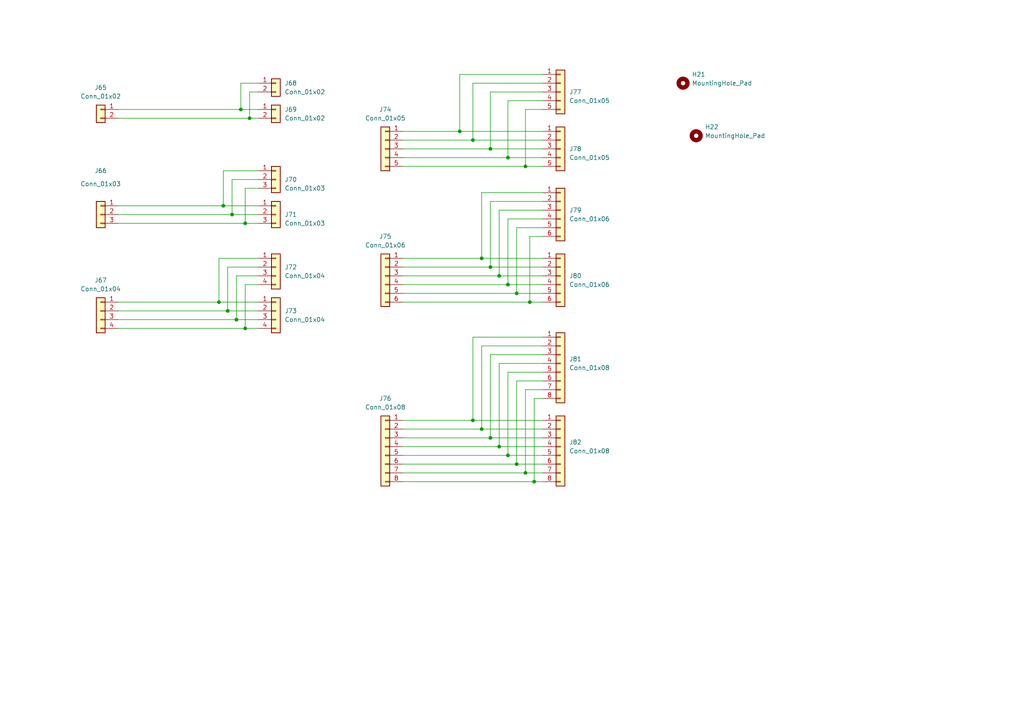
<source format=kicad_sch>
(kicad_sch (version 20211123) (generator eeschema)
  (paper "A4")
  (lib_symbols
    (symbol "Connector_Generic:Conn_01x02" (pin_names (offset 1.016) hide)
      (property "Reference" "J" (at 0 2.54 0))
      (property "Value" "Conn_01x02" (at 0 -5.08 0))
      (symbol "Conn_01x02_1_1"
        (rectangle (start -1.27 -2.413) (end 0 -2.667) (stroke (width 0.1524)))
        (rectangle (start -1.27 0.127) (end 0 -0.127) (stroke (width 0.1524)))
        (rectangle (start -1.27 1.27) (end 1.27 -3.81) (stroke (width 0.254)) (fill (type background)))
        (pin passive line (at -5.08 0 0) (length 3.81) (name "Pin_1") (number "1"))
        (pin passive line (at -5.08 -2.54 0) (length 3.81) (name "Pin_2") (number "2"))
      )
    )
    (symbol "Connector_Generic:Conn_01x03" (pin_names (offset 1.016) hide)
      (property "Reference" "J" (at 0 5.08 0))
      (property "Value" "Conn_01x03" (at 0 -5.08 0))
      (symbol "Conn_01x03_1_1"
        (rectangle (start -1.27 -2.413) (end 0 -2.667) (stroke (width 0.1524)))
        (rectangle (start -1.27 0.127) (end 0 -0.127) (stroke (width 0.1524)))
        (rectangle (start -1.27 2.667) (end 0 2.413) (stroke (width 0.1524)))
        (rectangle (start -1.27 3.81) (end 1.27 -3.81) (stroke (width 0.254)) (fill (type background)))
        (pin passive line (at -5.08 2.54 0) (length 3.81) (name "Pin_1") (number "1"))
        (pin passive line (at -5.08 0 0) (length 3.81) (name "Pin_2") (number "2"))
        (pin passive line (at -5.08 -2.54 0) (length 3.81) (name "Pin_3") (number "3"))
      )
    )
    (symbol "Connector_Generic:Conn_01x04" (pin_names (offset 1.016) hide)
      (property "Reference" "J" (at 0 5.08 0))
      (property "Value" "Conn_01x04" (at 0 -7.62 0))
      (symbol "Conn_01x04_1_1"
        (rectangle (start -1.27 -4.953) (end 0 -5.207) (stroke (width 0.1524)))
        (rectangle (start -1.27 -2.413) (end 0 -2.667) (stroke (width 0.1524)))
        (rectangle (start -1.27 0.127) (end 0 -0.127) (stroke (width 0.1524)))
        (rectangle (start -1.27 2.667) (end 0 2.413) (stroke (width 0.1524)))
        (rectangle (start -1.27 3.81) (end 1.27 -6.35) (stroke (width 0.254)) (fill (type background)))
        (pin passive line (at -5.08 2.54 0) (length 3.81) (name "Pin_1") (number "1"))
        (pin passive line (at -5.08 0 0) (length 3.81) (name "Pin_2") (number "2"))
        (pin passive line (at -5.08 -2.54 0) (length 3.81) (name "Pin_3") (number "3"))
        (pin passive line (at -5.08 -5.08 0) (length 3.81) (name "Pin_4") (number "4"))
      )
    )
    (symbol "Connector_Generic:Conn_01x05" (pin_names (offset 1.016) hide)
      (property "Reference" "J" (at 0 7.62 0))
      (property "Value" "Conn_01x05" (at 0 -7.62 0))
      (symbol "Conn_01x05_1_1"
        (rectangle (start -1.27 -4.953) (end 0 -5.207) (stroke (width 0.1524)))
        (rectangle (start -1.27 -2.413) (end 0 -2.667) (stroke (width 0.1524)))
        (rectangle (start -1.27 0.127) (end 0 -0.127) (stroke (width 0.1524)))
        (rectangle (start -1.27 2.667) (end 0 2.413) (stroke (width 0.1524)))
        (rectangle (start -1.27 5.207) (end 0 4.953) (stroke (width 0.1524)))
        (rectangle (start -1.27 6.35) (end 1.27 -6.35) (stroke (width 0.254)) (fill (type background)))
        (pin passive line (at -5.08 5.08 0) (length 3.81) (name "Pin_1") (number "1"))
        (pin passive line (at -5.08 2.54 0) (length 3.81) (name "Pin_2") (number "2"))
        (pin passive line (at -5.08 0 0) (length 3.81) (name "Pin_3") (number "3"))
        (pin passive line (at -5.08 -2.54 0) (length 3.81) (name "Pin_4") (number "4"))
        (pin passive line (at -5.08 -5.08 0) (length 3.81) (name "Pin_5") (number "5"))
      )
    )
    (symbol "Connector_Generic:Conn_01x06" (pin_names (offset 1.016) hide)
      (property "Reference" "J" (at 0 7.62 0))
      (property "Value" "Conn_01x06" (at 0 -10.16 0))
      (symbol "Conn_01x06_1_1"
        (rectangle (start -1.27 -7.493) (end 0 -7.747) (stroke (width 0.1524)))
        (rectangle (start -1.27 -4.953) (end 0 -5.207) (stroke (width 0.1524)))
        (rectangle (start -1.27 -2.413) (end 0 -2.667) (stroke (width 0.1524)))
        (rectangle (start -1.27 0.127) (end 0 -0.127) (stroke (width 0.1524)))
        (rectangle (start -1.27 2.667) (end 0 2.413) (stroke (width 0.1524)))
        (rectangle (start -1.27 5.207) (end 0 4.953) (stroke (width 0.1524)))
        (rectangle (start -1.27 6.35) (end 1.27 -8.89) (stroke (width 0.254)) (fill (type background)))
        (pin passive line (at -5.08 5.08 0) (length 3.81) (name "Pin_1") (number "1"))
        (pin passive line (at -5.08 2.54 0) (length 3.81) (name "Pin_2") (number "2"))
        (pin passive line (at -5.08 0 0) (length 3.81) (name "Pin_3") (number "3"))
        (pin passive line (at -5.08 -2.54 0) (length 3.81) (name "Pin_4") (number "4"))
        (pin passive line (at -5.08 -5.08 0) (length 3.81) (name "Pin_5") (number "5"))
        (pin passive line (at -5.08 -7.62 0) (length 3.81) (name "Pin_6") (number "6"))
      )
    )
    (symbol "Connector_Generic:Conn_01x08" (pin_names (offset 1.016) hide)
      (property "Reference" "J" (at 0 10.16 0))
      (property "Value" "Conn_01x08" (at 0 -12.7 0))
      (symbol "Conn_01x08_1_1"
        (rectangle (start -1.27 -10.033) (end 0 -10.287) (stroke (width 0.1524)))
        (rectangle (start -1.27 -7.493) (end 0 -7.747) (stroke (width 0.1524)))
        (rectangle (start -1.27 -4.953) (end 0 -5.207) (stroke (width 0.1524)))
        (rectangle (start -1.27 -2.413) (end 0 -2.667) (stroke (width 0.1524)))
        (rectangle (start -1.27 0.127) (end 0 -0.127) (stroke (width 0.1524)))
        (rectangle (start -1.27 2.667) (end 0 2.413) (stroke (width 0.1524)))
        (rectangle (start -1.27 5.207) (end 0 4.953) (stroke (width 0.1524)))
        (rectangle (start -1.27 7.747) (end 0 7.493) (stroke (width 0.1524)))
        (rectangle (start -1.27 8.89) (end 1.27 -11.43) (stroke (width 0.254)) (fill (type background)))
        (pin passive line (at -5.08 7.62 0) (length 3.81) (name "Pin_1") (number "1"))
        (pin passive line (at -5.08 5.08 0) (length 3.81) (name "Pin_2") (number "2"))
        (pin passive line (at -5.08 2.54 0) (length 3.81) (name "Pin_3") (number "3"))
        (pin passive line (at -5.08 0 0) (length 3.81) (name "Pin_4") (number "4"))
        (pin passive line (at -5.08 -2.54 0) (length 3.81) (name "Pin_5") (number "5"))
        (pin passive line (at -5.08 -5.08 0) (length 3.81) (name "Pin_6") (number "6"))
        (pin passive line (at -5.08 -7.62 0) (length 3.81) (name "Pin_7") (number "7"))
        (pin passive line (at -5.08 -10.16 0) (length 3.81) (name "Pin_8") (number "8"))
      )
    )
    (symbol "Mechanical:MountingHole" (pin_names (offset 1.016))
      (property "Reference" "H" (at 0 5.08 0))
      (property "Value" "MountingHole" (at 0 3.175 0))
      (symbol "MountingHole_0_1"
        (circle (center 0 0) (radius 1.27) (stroke (width 1.27)))
      )
    )
  )
  (junction (at 69.85 31.75))
  (junction (at 154.94 139.7))
  (junction (at 72.39 34.29))
  (junction (at 147.32 82.55))
  (junction (at 153.67 87.63))
  (junction (at 139.7 124.46))
  (junction (at 137.16 121.92))
  (junction (at 152.4 137.16))
  (junction (at 147.32 45.72))
  (junction (at 68.58 92.71))
  (junction (at 144.78 80.01))
  (junction (at 152.4 48.26))
  (junction (at 149.86 85.09))
  (junction (at 142.24 127))
  (junction (at 139.7 74.93))
  (junction (at 71.12 64.77))
  (junction (at 63.5 87.63))
  (junction (at 142.24 43.18))
  (junction (at 67.31 62.23))
  (junction (at 142.24 77.47))
  (junction (at 144.78 129.54))
  (junction (at 149.86 134.62))
  (junction (at 66.04 90.17))
  (junction (at 64.77 59.69))
  (junction (at 71.12 95.25))
  (junction (at 137.16 40.64))
  (junction (at 133.35 38.1))
  (junction (at 147.32 132.08))
  (wire (pts (xy 64.77 49.53) (xy 64.77 59.69)))
  (wire (pts (xy 157.48 29.21) (xy 147.32 29.21)))
  (wire (pts (xy 74.93 26.67) (xy 72.39 26.67)))
  (wire (pts (xy 157.48 80.01) (xy 144.78 80.01)))
  (wire (pts (xy 157.48 115.57) (xy 154.94 115.57)))
  (wire (pts (xy 157.48 48.26) (xy 152.4 48.26)))
  (wire (pts (xy 147.32 29.21) (xy 147.32 45.72)))
  (wire (pts (xy 74.93 87.63) (xy 63.5 87.63)))
  (wire (pts (xy 69.85 31.75) (xy 34.29 31.75)))
  (wire (pts (xy 149.86 110.49) (xy 149.86 134.62)))
  (wire (pts (xy 137.16 24.13) (xy 137.16 40.64)))
  (wire (pts (xy 72.39 34.29) (xy 34.29 34.29)))
  (wire (pts (xy 157.48 129.54) (xy 144.78 129.54)))
  (wire (pts (xy 142.24 77.47) (xy 116.84 77.47)))
  (wire (pts (xy 157.48 107.95) (xy 147.32 107.95)))
  (wire (pts (xy 139.7 74.93) (xy 116.84 74.93)))
  (wire (pts (xy 74.93 54.61) (xy 71.12 54.61)))
  (wire (pts (xy 149.86 134.62) (xy 116.84 134.62)))
  (wire (pts (xy 137.16 121.92) (xy 116.84 121.92)))
  (wire (pts (xy 74.93 62.23) (xy 67.31 62.23)))
  (wire (pts (xy 147.32 132.08) (xy 116.84 132.08)))
  (wire (pts (xy 154.94 115.57) (xy 154.94 139.7)))
  (wire (pts (xy 157.48 124.46) (xy 139.7 124.46)))
  (wire (pts (xy 157.48 43.18) (xy 142.24 43.18)))
  (wire (pts (xy 157.48 24.13) (xy 137.16 24.13)))
  (wire (pts (xy 157.48 45.72) (xy 147.32 45.72)))
  (wire (pts (xy 133.35 38.1) (xy 116.84 38.1)))
  (wire (pts (xy 74.93 90.17) (xy 66.04 90.17)))
  (wire (pts (xy 157.48 97.79) (xy 137.16 97.79)))
  (wire (pts (xy 142.24 58.42) (xy 142.24 77.47)))
  (wire (pts (xy 147.32 107.95) (xy 147.32 132.08)))
  (wire (pts (xy 139.7 55.88) (xy 139.7 74.93)))
  (wire (pts (xy 157.48 74.93) (xy 139.7 74.93)))
  (wire (pts (xy 157.48 85.09) (xy 149.86 85.09)))
  (wire (pts (xy 74.93 24.13) (xy 69.85 24.13)))
  (wire (pts (xy 157.48 139.7) (xy 154.94 139.7)))
  (wire (pts (xy 157.48 110.49) (xy 149.86 110.49)))
  (wire (pts (xy 147.32 45.72) (xy 116.84 45.72)))
  (wire (pts (xy 71.12 64.77) (xy 34.29 64.77)))
  (wire (pts (xy 157.48 63.5) (xy 147.32 63.5)))
  (wire (pts (xy 157.48 60.96) (xy 144.78 60.96)))
  (wire (pts (xy 66.04 90.17) (xy 34.29 90.17)))
  (wire (pts (xy 63.5 74.93) (xy 63.5 87.63)))
  (wire (pts (xy 74.93 64.77) (xy 71.12 64.77)))
  (wire (pts (xy 157.48 55.88) (xy 139.7 55.88)))
  (wire (pts (xy 157.48 77.47) (xy 142.24 77.47)))
  (wire (pts (xy 147.32 82.55) (xy 116.84 82.55)))
  (wire (pts (xy 157.48 31.75) (xy 152.4 31.75)))
  (wire (pts (xy 157.48 100.33) (xy 139.7 100.33)))
  (wire (pts (xy 157.48 105.41) (xy 144.78 105.41)))
  (wire (pts (xy 144.78 105.41) (xy 144.78 129.54)))
  (wire (pts (xy 142.24 127) (xy 116.84 127)))
  (wire (pts (xy 157.48 40.64) (xy 137.16 40.64)))
  (wire (pts (xy 157.48 121.92) (xy 137.16 121.92)))
  (wire (pts (xy 137.16 97.79) (xy 137.16 121.92)))
  (wire (pts (xy 137.16 40.64) (xy 116.84 40.64)))
  (wire (pts (xy 157.48 102.87) (xy 142.24 102.87)))
  (wire (pts (xy 144.78 80.01) (xy 116.84 80.01)))
  (wire (pts (xy 152.4 48.26) (xy 116.84 48.26)))
  (wire (pts (xy 74.93 74.93) (xy 63.5 74.93)))
  (wire (pts (xy 69.85 24.13) (xy 69.85 31.75)))
  (wire (pts (xy 157.48 21.59) (xy 133.35 21.59)))
  (wire (pts (xy 157.48 68.58) (xy 153.67 68.58)))
  (wire (pts (xy 157.48 87.63) (xy 153.67 87.63)))
  (wire (pts (xy 153.67 68.58) (xy 153.67 87.63)))
  (wire (pts (xy 67.31 62.23) (xy 34.29 62.23)))
  (wire (pts (xy 133.35 21.59) (xy 133.35 38.1)))
  (wire (pts (xy 74.93 95.25) (xy 71.12 95.25)))
  (wire (pts (xy 71.12 95.25) (xy 34.29 95.25)))
  (wire (pts (xy 139.7 124.46) (xy 116.84 124.46)))
  (wire (pts (xy 142.24 43.18) (xy 116.84 43.18)))
  (wire (pts (xy 74.93 80.01) (xy 68.58 80.01)))
  (wire (pts (xy 74.93 59.69) (xy 64.77 59.69)))
  (wire (pts (xy 74.93 82.55) (xy 71.12 82.55)))
  (wire (pts (xy 157.48 137.16) (xy 152.4 137.16)))
  (wire (pts (xy 157.48 26.67) (xy 142.24 26.67)))
  (wire (pts (xy 68.58 92.71) (xy 34.29 92.71)))
  (wire (pts (xy 153.67 87.63) (xy 116.84 87.63)))
  (wire (pts (xy 139.7 100.33) (xy 139.7 124.46)))
  (wire (pts (xy 66.04 77.47) (xy 66.04 90.17)))
  (wire (pts (xy 149.86 66.04) (xy 149.86 85.09)))
  (wire (pts (xy 157.48 82.55) (xy 147.32 82.55)))
  (wire (pts (xy 154.94 139.7) (xy 116.84 139.7)))
  (wire (pts (xy 144.78 60.96) (xy 144.78 80.01)))
  (wire (pts (xy 74.93 77.47) (xy 66.04 77.47)))
  (wire (pts (xy 157.48 66.04) (xy 149.86 66.04)))
  (wire (pts (xy 71.12 82.55) (xy 71.12 95.25)))
  (wire (pts (xy 157.48 38.1) (xy 133.35 38.1)))
  (wire (pts (xy 142.24 26.67) (xy 142.24 43.18)))
  (wire (pts (xy 64.77 59.69) (xy 34.29 59.69)))
  (wire (pts (xy 74.93 31.75) (xy 69.85 31.75)))
  (wire (pts (xy 152.4 137.16) (xy 116.84 137.16)))
  (wire (pts (xy 63.5 87.63) (xy 34.29 87.63)))
  (wire (pts (xy 74.93 34.29) (xy 72.39 34.29)))
  (wire (pts (xy 74.93 49.53) (xy 64.77 49.53)))
  (wire (pts (xy 157.48 58.42) (xy 142.24 58.42)))
  (wire (pts (xy 149.86 85.09) (xy 116.84 85.09)))
  (wire (pts (xy 152.4 31.75) (xy 152.4 48.26)))
  (wire (pts (xy 74.93 52.07) (xy 67.31 52.07)))
  (wire (pts (xy 157.48 132.08) (xy 147.32 132.08)))
  (wire (pts (xy 157.48 127) (xy 142.24 127)))
  (wire (pts (xy 71.12 54.61) (xy 71.12 64.77)))
  (wire (pts (xy 147.32 63.5) (xy 147.32 82.55)))
  (wire (pts (xy 157.48 113.03) (xy 152.4 113.03)))
  (wire (pts (xy 144.78 129.54) (xy 116.84 129.54)))
  (wire (pts (xy 152.4 113.03) (xy 152.4 137.16)))
  (wire (pts (xy 72.39 26.67) (xy 72.39 34.29)))
  (wire (pts (xy 157.48 134.62) (xy 149.86 134.62)))
  (wire (pts (xy 68.58 80.01) (xy 68.58 92.71)))
  (wire (pts (xy 142.24 102.87) (xy 142.24 127)))
  (wire (pts (xy 67.31 52.07) (xy 67.31 62.23)))
  (wire (pts (xy 74.93 92.71) (xy 68.58 92.71)))
  (symbol (lib_id "Connector_Generic:Conn_01x05") (at 162.56 26.67 0) (unit 1)
    (property "Reference" "J77" (at 165.1 26.6699 0) (effects (justify left)))
    (property "Value" "Conn_01x05" (at 165.1 29.2099 0) (effects (justify left)))
    (property "Footprint" "Connector_PinHeader_2.54mm:PinHeader_1x05_P2.54mm_Vertical" (effects hide))
  )
  (symbol (lib_id "Connector_Generic:Conn_01x02") (at 80.01 24.13 0) (unit 1)
    (property "Reference" "J68" (at 82.55 24.1299 0) (effects (justify left)))
    (property "Value" "Conn_01x02" (at 82.55 26.6699 0) (effects (justify left)))
    (property "Footprint" "Connector_PinHeader_2.54mm:PinHeader_1x02_P2.54mm_Vertical" (effects hide))
  )
  (symbol (lib_id "Connector_Generic:Conn_01x08") (at 162.56 129.54 0) (unit 1)
    (property "Reference" "J82" (at 165.1 128.2699 0) (effects (justify left)))
    (property "Value" "Conn_01x08" (at 165.1 130.8099 0) (effects (justify left)))
    (property "Footprint" "Connector_PinSocket_2.54mm:PinSocket_1x08_P2.54mm_Vertical" (effects hide))
  )
  (symbol (lib_id "Connector_Generic:Conn_01x03") (at 80.01 52.07 0) (unit 1)
    (property "Reference" "J70" (at 82.55 52.0699 0) (effects (justify left)))
    (property "Value" "Conn_01x03" (at 82.55 54.6099 0) (effects (justify left)))
    (property "Footprint" "Connector_PinHeader_2.54mm:PinHeader_1x03_P2.54mm_Vertical" (effects hide))
  )
  (symbol (lib_id "Connector_Generic:Conn_01x02") (at 80.01 31.75 0) (unit 1)
    (property "Reference" "J69" (at 82.55 31.7499 0) (effects (justify left)))
    (property "Value" "Conn_01x02" (at 82.55 34.2899 0) (effects (justify left)))
    (property "Footprint" "Connector_PinSocket_2.54mm:PinSocket_1x02_P2.54mm_Vertical" (effects hide))
  )
  (symbol (lib_id "Connector_Generic:Conn_01x06") (at 162.56 80.01 0) (unit 1)
    (property "Reference" "J80" (at 165.1 80.0099 0) (effects (justify left)))
    (property "Value" "Conn_01x06" (at 165.1 82.5499 0) (effects (justify left)))
    (property "Footprint" "Connector_PinSocket_2.54mm:PinSocket_1x06_P2.54mm_Vertical" (effects hide))
  )
  (symbol (lib_id "Connector_Generic:Conn_01x03") (at 29.21 62.23 0) (mirror y) (unit 1)
    (property "Reference" "J66" (at 29.21 49.53 0))
    (property "Value" "Conn_01x03" (at 29.21 53.34 0))
    (property "Footprint" "Connector_JST:JST_PH_B3B-PH-K_1x03_P2.00mm_Vertical" (effects hide))
  )
  (symbol (lib_id "Connector_Generic:Conn_01x05") (at 111.76 43.18 0) (mirror y) (unit 1)
    (property "Reference" "J74" (at 111.76 31.75 0))
    (property "Value" "Conn_01x05" (at 111.76 34.29 0))
    (property "Footprint" "Connector_JST:JST_PH_B5B-PH-K_1x05_P2.00mm_Vertical" (effects hide))
  )
  (symbol (lib_id "Connector_Generic:Conn_01x02") (at 29.21 31.75 0) (mirror y) (unit 1)
    (property "Reference" "J65" (at 29.21 25.4 0))
    (property "Value" "Conn_01x02" (at 29.21 27.94 0))
    (property "Footprint" "Connector_JST:JST_PH_B2B-PH-K_1x02_P2.00mm_Vertical" (effects hide))
  )
  (symbol (lib_id "Connector_Generic:Conn_01x04") (at 29.21 90.17 0) (mirror y) (unit 1)
    (property "Reference" "J67" (at 29.21 81.28 0))
    (property "Value" "Conn_01x04" (at 29.21 83.82 0))
    (property "Footprint" "Connector_JST:JST_PH_B4B-PH-K_1x04_P2.00mm_Vertical" (effects hide))
  )
  (symbol (lib_id "Connector_Generic:Conn_01x08") (at 162.56 105.41 0) (unit 1)
    (property "Reference" "J81" (at 165.1 104.1399 0) (effects (justify left)))
    (property "Value" "Conn_01x08" (at 165.1 106.6799 0) (effects (justify left)))
    (property "Footprint" "Connector_PinHeader_2.54mm:PinHeader_1x08_P2.54mm_Vertical" (effects hide))
  )
  (symbol (lib_id "Connector_Generic:Conn_01x08") (at 111.76 129.54 0) (mirror y) (unit 1)
    (property "Reference" "J76" (at 111.76 115.57 0))
    (property "Value" "Conn_01x08" (at 111.76 118.11 0))
    (property "Footprint" "Connector_JST:JST_PH_B8B-PH-K_1x08_P2.00mm_Vertical" (effects hide))
  )
  (symbol (lib_id "Connector_Generic:Conn_01x05") (at 162.56 43.18 0) (unit 1)
    (property "Reference" "J78" (at 165.1 43.1799 0) (effects (justify left)))
    (property "Value" "Conn_01x05" (at 165.1 45.7199 0) (effects (justify left)))
    (property "Footprint" "Connector_PinSocket_2.54mm:PinSocket_1x05_P2.54mm_Vertical" (effects hide))
  )
  (symbol (lib_id "Connector_Generic:Conn_01x04") (at 80.01 77.47 0) (unit 1)
    (property "Reference" "J72" (at 82.55 77.4699 0) (effects (justify left)))
    (property "Value" "Conn_01x04" (at 82.55 80.0099 0) (effects (justify left)))
    (property "Footprint" "Connector_PinHeader_2.54mm:PinHeader_1x04_P2.54mm_Vertical" (effects hide))
  )
  (symbol (lib_id "Connector_Generic:Conn_01x06") (at 111.76 80.01 0) (mirror y) (unit 1)
    (property "Reference" "J75" (at 111.76 68.58 0))
    (property "Value" "Conn_01x06" (at 111.76 71.12 0))
    (property "Footprint" "Connector_JST:JST_PH_B6B-PH-K_1x06_P2.00mm_Vertical" (effects hide))
  )
  (symbol (lib_id "Mechanical:MountingHole") (at 198.12 24.13 0) (unit 1)
    (property "Reference" "H21" (at 200.66 21.5899 0) (effects (justify left)))
    (property "Value" "MountingHole_Pad" (at 200.66 24.1299 0) (effects (justify left)))
    (property "Footprint" "MountingHole:MountingHole_3.2mm_M3" (effects hide))
  )
  (symbol (lib_id "Mechanical:MountingHole") (at 201.93 39.37 0) (unit 1)
    (property "Reference" "H22" (at 204.47 36.8299 0) (effects (justify left)))
    (property "Value" "MountingHole_Pad" (at 204.47 39.3699 0) (effects (justify left)))
    (property "Footprint" "MountingHole:MountingHole_3.2mm_M3" (effects hide))
  )
  (symbol (lib_id "Connector_Generic:Conn_01x03") (at 80.01 62.23 0) (unit 1)
    (property "Reference" "J71" (at 82.55 62.2299 0) (effects (justify left)))
    (property "Value" "Conn_01x03" (at 82.55 64.7699 0) (effects (justify left)))
    (property "Footprint" "Connector_PinSocket_2.54mm:PinSocket_1x03_P2.54mm_Vertical" (effects hide))
  )
  (symbol (lib_id "Connector_Generic:Conn_01x06") (at 162.56 60.96 0) (unit 1)
    (property "Reference" "J79" (at 165.1 60.9599 0) (effects (justify left)))
    (property "Value" "Conn_01x06" (at 165.1 63.4999 0) (effects (justify left)))
    (property "Footprint" "Connector_PinHeader_2.54mm:PinHeader_1x06_P2.54mm_Vertical" (effects hide))
  )
  (symbol (lib_id "Connector_Generic:Conn_01x04") (at 80.01 90.17 0) (unit 1)
    (property "Reference" "J73" (at 82.55 90.1699 0) (effects (justify left)))
    (property "Value" "Conn_01x04" (at 82.55 92.7099 0) (effects (justify left)))
    (property "Footprint" "Connector_PinSocket_2.54mm:PinSocket_1x04_P2.54mm_Vertical" (effects hide))
  )
)
</source>
